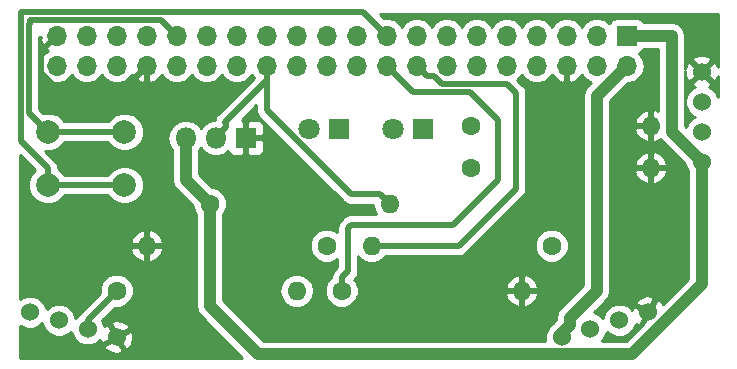
<source format=gbr>
G04 #@! TF.GenerationSoftware,KiCad,Pcbnew,(5.0.2)-1*
G04 #@! TF.CreationDate,2020-10-18T11:15:27+02:00*
G04 #@! TF.ProjectId,Radmesser,5261646d-6573-4736-9572-2e6b69636164,rev?*
G04 #@! TF.SameCoordinates,Original*
G04 #@! TF.FileFunction,Copper,L2,Bot*
G04 #@! TF.FilePolarity,Positive*
%FSLAX46Y46*%
G04 Gerber Fmt 4.6, Leading zero omitted, Abs format (unit mm)*
G04 Created by KiCad (PCBNEW (5.0.2)-1) date 18.10.2020 11:15:27*
%MOMM*%
%LPD*%
G01*
G04 APERTURE LIST*
G04 #@! TA.AperFunction,ComponentPad*
%ADD10C,1.530000*%
G04 #@! TD*
G04 #@! TA.AperFunction,ComponentPad*
%ADD11R,1.800000X1.800000*%
G04 #@! TD*
G04 #@! TA.AperFunction,ComponentPad*
%ADD12C,1.800000*%
G04 #@! TD*
G04 #@! TA.AperFunction,ComponentPad*
%ADD13O,1.700000X1.700000*%
G04 #@! TD*
G04 #@! TA.AperFunction,ComponentPad*
%ADD14R,1.700000X1.700000*%
G04 #@! TD*
G04 #@! TA.AperFunction,ComponentPad*
%ADD15O,1.600000X1.600000*%
G04 #@! TD*
G04 #@! TA.AperFunction,ComponentPad*
%ADD16C,1.600000*%
G04 #@! TD*
G04 #@! TA.AperFunction,ComponentPad*
%ADD17O,1.800000X1.800000*%
G04 #@! TD*
G04 #@! TA.AperFunction,ComponentPad*
%ADD18C,2.000000*%
G04 #@! TD*
G04 #@! TA.AperFunction,Conductor*
%ADD19C,0.500000*%
G04 #@! TD*
G04 #@! TA.AperFunction,Conductor*
%ADD20C,1.000000*%
G04 #@! TD*
G04 #@! TA.AperFunction,Conductor*
%ADD21C,0.254000*%
G04 #@! TD*
G04 APERTURE END LIST*
D10*
G04 #@! TO.P,Uvorne1,2*
G04 #@! TO.N,Net-(J1-Pad35)*
X147509198Y-106649941D03*
G04 #@! TO.P,Uvorne1,3*
G04 #@! TO.N,Net-(R4-Pad1)*
X149950802Y-107350059D03*
G04 #@! TO.P,Uvorne1,4*
G04 #@! TO.N,GND*
X152392407Y-108050179D03*
G04 #@! TO.P,Uvorne1,1*
G04 #@! TO.N,Net-(J1-Pad2)*
X145067593Y-105949821D03*
G04 #@! TD*
G04 #@! TO.P,Uhinten2,1*
G04 #@! TO.N,Net-(J1-Pad2)*
X190067593Y-108050180D03*
G04 #@! TO.P,Uhinten2,4*
G04 #@! TO.N,GND*
X197392407Y-105949820D03*
G04 #@! TO.P,Uhinten2,3*
G04 #@! TO.N,Net-(R2-Pad1)*
X194950802Y-106649941D03*
G04 #@! TO.P,Uhinten2,2*
G04 #@! TO.N,Net-(J1-Pad35)*
X192509198Y-107350059D03*
G04 #@! TD*
D11*
G04 #@! TO.P,Drot2,1*
G04 #@! TO.N,Net-(Drot2-Pad1)*
X178308000Y-90424000D03*
D12*
G04 #@! TO.P,Drot2,2*
G04 #@! TO.N,Net-(Drot2-Pad2)*
X175768000Y-90424000D03*
G04 #@! TD*
G04 #@! TO.P,Dgrun1,2*
G04 #@! TO.N,Net-(Dgrun1-Pad2)*
X168656000Y-90424000D03*
D11*
G04 #@! TO.P,Dgrun1,1*
G04 #@! TO.N,Net-(Dgrun1-Pad1)*
X171196000Y-90424000D03*
G04 #@! TD*
D10*
G04 #@! TO.P,GPS1,2*
G04 #@! TO.N,Net-(GPS1-Pad2)*
X201930000Y-90678000D03*
G04 #@! TO.P,GPS1,3*
G04 #@! TO.N,Net-(GPS1-Pad3)*
X201930000Y-88138000D03*
G04 #@! TO.P,GPS1,4*
G04 #@! TO.N,GND*
X201930000Y-85598000D03*
G04 #@! TO.P,GPS1,1*
G04 #@! TO.N,Net-(GPS1-Pad1)*
X201930000Y-93218000D03*
G04 #@! TD*
D13*
G04 #@! TO.P,J1,40*
G04 #@! TO.N,Net-(Dgrun1-Pad2)*
X147320000Y-85090000D03*
G04 #@! TO.P,J1,39*
G04 #@! TO.N,GND*
X147320000Y-82550000D03*
G04 #@! TO.P,J1,38*
G04 #@! TO.N,Net-(Drot2-Pad2)*
X149860000Y-85090000D03*
G04 #@! TO.P,J1,37*
G04 #@! TO.N,Net-(J1-Pad37)*
X149860000Y-82550000D03*
G04 #@! TO.P,J1,36*
G04 #@! TO.N,Net-(J1-Pad36)*
X152400000Y-85090000D03*
G04 #@! TO.P,J1,35*
G04 #@! TO.N,Net-(J1-Pad35)*
X152400000Y-82550000D03*
G04 #@! TO.P,J1,34*
G04 #@! TO.N,GND*
X154940000Y-85090000D03*
G04 #@! TO.P,J1,33*
G04 #@! TO.N,Net-(J1-Pad33)*
X154940000Y-82550000D03*
G04 #@! TO.P,J1,32*
G04 #@! TO.N,Net-(J1-Pad32)*
X157480000Y-85090000D03*
G04 #@! TO.P,J1,31*
G04 #@! TO.N,Net-(J1-Pad31)*
X157480000Y-82550000D03*
G04 #@! TO.P,J1,30*
G04 #@! TO.N,Net-(J1-Pad30)*
X160020000Y-85090000D03*
G04 #@! TO.P,J1,29*
G04 #@! TO.N,Net-(J1-Pad29)*
X160020000Y-82550000D03*
G04 #@! TO.P,J1,28*
G04 #@! TO.N,Net-(J1-Pad28)*
X162560000Y-85090000D03*
G04 #@! TO.P,J1,27*
G04 #@! TO.N,Net-(J1-Pad27)*
X162560000Y-82550000D03*
G04 #@! TO.P,J1,26*
G04 #@! TO.N,Net-(J1-Pad26)*
X165100000Y-85090000D03*
G04 #@! TO.P,J1,25*
G04 #@! TO.N,Net-(J1-Pad25)*
X165100000Y-82550000D03*
G04 #@! TO.P,J1,24*
G04 #@! TO.N,Net-(J1-Pad24)*
X167640000Y-85090000D03*
G04 #@! TO.P,J1,23*
G04 #@! TO.N,Net-(J1-Pad23)*
X167640000Y-82550000D03*
G04 #@! TO.P,J1,22*
G04 #@! TO.N,Net-(J1-Pad22)*
X170180000Y-85090000D03*
G04 #@! TO.P,J1,21*
G04 #@! TO.N,Net-(J1-Pad21)*
X170180000Y-82550000D03*
G04 #@! TO.P,J1,20*
G04 #@! TO.N,Net-(J1-Pad20)*
X172720000Y-85090000D03*
G04 #@! TO.P,J1,19*
G04 #@! TO.N,Net-(J1-Pad19)*
X172720000Y-82550000D03*
G04 #@! TO.P,J1,18*
G04 #@! TO.N,Net-(J1-Pad18)*
X175260000Y-85090000D03*
G04 #@! TO.P,J1,17*
G04 #@! TO.N,Net-(J1-Pad17)*
X175260000Y-82550000D03*
G04 #@! TO.P,J1,16*
G04 #@! TO.N,Net-(J1-Pad16)*
X177800000Y-85090000D03*
G04 #@! TO.P,J1,15*
G04 #@! TO.N,Net-(J1-Pad15)*
X177800000Y-82550000D03*
G04 #@! TO.P,J1,14*
G04 #@! TO.N,Net-(J1-Pad14)*
X180340000Y-85090000D03*
G04 #@! TO.P,J1,13*
G04 #@! TO.N,Net-(J1-Pad13)*
X180340000Y-82550000D03*
G04 #@! TO.P,J1,12*
G04 #@! TO.N,Net-(J1-Pad12)*
X182880000Y-85090000D03*
G04 #@! TO.P,J1,11*
G04 #@! TO.N,Net-(J1-Pad11)*
X182880000Y-82550000D03*
G04 #@! TO.P,J1,10*
G04 #@! TO.N,Net-(GPS1-Pad3)*
X185420000Y-85090000D03*
G04 #@! TO.P,J1,9*
G04 #@! TO.N,Net-(J1-Pad9)*
X185420000Y-82550000D03*
G04 #@! TO.P,J1,8*
G04 #@! TO.N,Net-(GPS1-Pad2)*
X187960000Y-85090000D03*
G04 #@! TO.P,J1,7*
G04 #@! TO.N,Net-(J1-Pad7)*
X187960000Y-82550000D03*
G04 #@! TO.P,J1,6*
G04 #@! TO.N,GND*
X190500000Y-85090000D03*
G04 #@! TO.P,J1,5*
G04 #@! TO.N,Net-(J1-Pad5)*
X190500000Y-82550000D03*
G04 #@! TO.P,J1,4*
G04 #@! TO.N,Net-(J1-Pad4)*
X193040000Y-85090000D03*
G04 #@! TO.P,J1,3*
G04 #@! TO.N,Net-(J1-Pad3)*
X193040000Y-82550000D03*
G04 #@! TO.P,J1,2*
G04 #@! TO.N,Net-(J1-Pad2)*
X195580000Y-85090000D03*
D14*
G04 #@! TO.P,J1,1*
G04 #@! TO.N,Net-(GPS1-Pad1)*
X195580000Y-82550000D03*
G04 #@! TD*
D15*
G04 #@! TO.P,R1,2*
G04 #@! TO.N,GND*
X154940000Y-100330000D03*
D16*
G04 #@! TO.P,R1,1*
G04 #@! TO.N,Net-(J1-Pad16)*
X170180000Y-100330000D03*
G04 #@! TD*
G04 #@! TO.P,R2,1*
G04 #@! TO.N,Net-(R2-Pad1)*
X189230000Y-100330000D03*
D15*
G04 #@! TO.P,R2,2*
G04 #@! TO.N,Net-(J1-Pad16)*
X173990000Y-100330000D03*
G04 #@! TD*
G04 #@! TO.P,R3,2*
G04 #@! TO.N,GND*
X186690000Y-104140000D03*
D16*
G04 #@! TO.P,R3,1*
G04 #@! TO.N,Net-(J1-Pad18)*
X171450000Y-104140000D03*
G04 #@! TD*
G04 #@! TO.P,R4,1*
G04 #@! TO.N,Net-(R4-Pad1)*
X152400000Y-104140000D03*
D15*
G04 #@! TO.P,R4,2*
G04 #@! TO.N,Net-(J1-Pad18)*
X167640000Y-104140000D03*
G04 #@! TD*
G04 #@! TO.P,R5,2*
G04 #@! TO.N,GND*
X197612000Y-90170000D03*
D16*
G04 #@! TO.P,R5,1*
G04 #@! TO.N,Net-(Drot2-Pad1)*
X182372000Y-90170000D03*
G04 #@! TD*
G04 #@! TO.P,R6,1*
G04 #@! TO.N,Net-(Dgrun1-Pad1)*
X182372000Y-93726000D03*
D15*
G04 #@! TO.P,R6,2*
G04 #@! TO.N,GND*
X197612000Y-93726000D03*
G04 #@! TD*
G04 #@! TO.P,R7,2*
G04 #@! TO.N,Net-(J1-Pad26)*
X175514000Y-96774000D03*
D16*
G04 #@! TO.P,R7,1*
G04 #@! TO.N,Net-(GPS1-Pad1)*
X160274000Y-96774000D03*
G04 #@! TD*
D17*
G04 #@! TO.P,U3,3*
G04 #@! TO.N,Net-(GPS1-Pad1)*
X158242000Y-91186000D03*
G04 #@! TO.P,U3,2*
G04 #@! TO.N,Net-(J1-Pad26)*
X160782000Y-91186000D03*
D11*
G04 #@! TO.P,U3,1*
G04 #@! TO.N,GND*
X163322000Y-91186000D03*
G04 #@! TD*
D18*
G04 #@! TO.P,SW1,1*
G04 #@! TO.N,Net-(J1-Pad31)*
X153058000Y-90678000D03*
G04 #@! TO.P,SW1,2*
G04 #@! TO.N,Net-(J1-Pad17)*
X153058000Y-95178000D03*
G04 #@! TO.P,SW1,1*
G04 #@! TO.N,Net-(J1-Pad31)*
X146558000Y-90678000D03*
G04 #@! TO.P,SW1,2*
G04 #@! TO.N,Net-(J1-Pad17)*
X146558000Y-95178000D03*
G04 #@! TD*
D19*
G04 #@! TO.N,GND*
X146019999Y-85714001D02*
X148189998Y-87884000D01*
X147320000Y-82550000D02*
X146019999Y-83850001D01*
X146019999Y-83850001D02*
X146019999Y-85714001D01*
X152146000Y-87884000D02*
X154940000Y-85090000D01*
X148189998Y-87884000D02*
X152146000Y-87884000D01*
D20*
G04 #@! TO.N,Net-(GPS1-Pad1)*
X199390000Y-90678000D02*
X201930000Y-93218000D01*
X195580000Y-82550000D02*
X199390000Y-82550000D01*
X199390000Y-82550000D02*
X199390000Y-90678000D01*
X195995248Y-109515181D02*
X164379181Y-109515181D01*
X201930000Y-93218000D02*
X201930000Y-103580429D01*
X201930000Y-103580429D02*
X195995248Y-109515181D01*
X160274000Y-105410000D02*
X160274000Y-96774000D01*
X164379181Y-109515181D02*
X160274000Y-105410000D01*
X158242000Y-94742000D02*
X160274000Y-96774000D01*
X158242000Y-91186000D02*
X158242000Y-94742000D01*
D19*
G04 #@! TO.N,Net-(J1-Pad31)*
X146558000Y-90678000D02*
X153058000Y-90678000D01*
X156179999Y-81249999D02*
X145064001Y-81249999D01*
X157480000Y-82550000D02*
X156179999Y-81249999D01*
X145288000Y-89408000D02*
X146558000Y-90678000D01*
X145064001Y-81249999D02*
X145034000Y-81280000D01*
X145064001Y-81503999D02*
X144955000Y-81613000D01*
X145064001Y-81249999D02*
X145064001Y-81503999D01*
X144955000Y-89075000D02*
X146558000Y-90678000D01*
X144955000Y-81613000D02*
X144955000Y-89075000D01*
G04 #@! TO.N,Net-(J1-Pad26)*
X165100000Y-86292081D02*
X161544000Y-89848081D01*
X161681999Y-89986080D02*
X161544000Y-89848081D01*
X161681999Y-90286001D02*
X161681999Y-89986080D01*
X160782000Y-91186000D02*
X161681999Y-90286001D01*
X165100000Y-86292081D02*
X165100000Y-85090000D01*
X165100000Y-88866002D02*
X165100000Y-86292081D01*
X172207999Y-95974001D02*
X165100000Y-88866002D01*
X174714001Y-95974001D02*
X172207999Y-95974001D01*
X175514000Y-96774000D02*
X174714001Y-95974001D01*
G04 #@! TO.N,Net-(J1-Pad18)*
X176109999Y-85939999D02*
X175260000Y-85090000D01*
X182310010Y-87314010D02*
X177484010Y-87314010D01*
X184658000Y-89662000D02*
X182310010Y-87314010D01*
X171450000Y-104140000D02*
X171450000Y-103008630D01*
X171450000Y-103008630D02*
X171958000Y-102500630D01*
X184658000Y-94742000D02*
X184658000Y-89662000D01*
X171958000Y-102500630D02*
X171958000Y-98806000D01*
X171958000Y-98806000D02*
X172212000Y-98552000D01*
X172212000Y-98552000D02*
X180848000Y-98552000D01*
X177484010Y-87314010D02*
X176109999Y-85939999D01*
X180848000Y-98552000D02*
X184658000Y-94742000D01*
G04 #@! TO.N,Net-(J1-Pad16)*
X186182000Y-95504000D02*
X181356000Y-100330000D01*
X181356000Y-100330000D02*
X173990000Y-100330000D01*
X177800000Y-85090000D02*
X178649999Y-85939999D01*
X178649999Y-85939999D02*
X179265997Y-85939999D01*
X179265997Y-85939999D02*
X179939998Y-86614000D01*
X179939998Y-86614000D02*
X185420000Y-86614000D01*
X185420000Y-86614000D02*
X186182000Y-87376000D01*
X186182000Y-87376000D02*
X186182000Y-95504000D01*
G04 #@! TO.N,Net-(R4-Pad1)*
X149950802Y-106589198D02*
X152400000Y-104140000D01*
X149950802Y-107350059D02*
X149950802Y-106589198D01*
G04 #@! TO.N,Net-(J1-Pad17)*
X175260000Y-82550000D02*
X173245010Y-80535010D01*
X173245010Y-80535010D02*
X144254990Y-80535010D01*
X144254990Y-91460777D02*
X144254990Y-80535010D01*
X146558000Y-93763787D02*
X144254990Y-91460777D01*
X146558000Y-95178000D02*
X146558000Y-93763787D01*
X147972213Y-95178000D02*
X153058000Y-95178000D01*
X146558000Y-95178000D02*
X147972213Y-95178000D01*
D20*
G04 #@! TO.N,Net-(J1-Pad2)*
X195580000Y-85090000D02*
X193040000Y-87630000D01*
X193040000Y-87630000D02*
X193040000Y-96520000D01*
X190768257Y-107027146D02*
X190768257Y-106411743D01*
X190003258Y-107792145D02*
X190768257Y-107027146D01*
X190768257Y-106411743D02*
X193040000Y-104140000D01*
X193040000Y-104140000D02*
X193040000Y-96520000D01*
G04 #@! TD*
D21*
G04 #@! TO.N,GND*
G36*
X155067000Y-84963000D02*
X155087000Y-84963000D01*
X155087000Y-85217000D01*
X155067000Y-85217000D01*
X155067000Y-86410155D01*
X155296890Y-86531476D01*
X155706924Y-86361645D01*
X156135183Y-85971358D01*
X156196157Y-85841522D01*
X156409375Y-86160625D01*
X156900582Y-86488839D01*
X157333744Y-86575000D01*
X157626256Y-86575000D01*
X158059418Y-86488839D01*
X158550625Y-86160625D01*
X158750000Y-85862239D01*
X158949375Y-86160625D01*
X159440582Y-86488839D01*
X159873744Y-86575000D01*
X160166256Y-86575000D01*
X160599418Y-86488839D01*
X161090625Y-86160625D01*
X161290000Y-85862239D01*
X161489375Y-86160625D01*
X161980582Y-86488839D01*
X162413744Y-86575000D01*
X162706256Y-86575000D01*
X163139418Y-86488839D01*
X163630625Y-86160625D01*
X163830000Y-85862239D01*
X164009549Y-86130953D01*
X160979846Y-89160657D01*
X160905951Y-89210032D01*
X160764368Y-89421926D01*
X160710348Y-89502772D01*
X160680864Y-89651000D01*
X160630818Y-89651000D01*
X160183073Y-89740062D01*
X159675327Y-90079327D01*
X159512000Y-90323763D01*
X159348673Y-90079327D01*
X158840927Y-89740062D01*
X158393182Y-89651000D01*
X158090818Y-89651000D01*
X157643073Y-89740062D01*
X157135327Y-90079327D01*
X156796062Y-90587073D01*
X156676928Y-91186000D01*
X156796062Y-91784927D01*
X157107000Y-92250279D01*
X157107001Y-94630212D01*
X157084765Y-94742000D01*
X157172854Y-95184854D01*
X157172855Y-95184855D01*
X157423712Y-95560289D01*
X157518480Y-95623611D01*
X158839000Y-96944132D01*
X158839000Y-97059439D01*
X159057466Y-97586862D01*
X159139001Y-97668397D01*
X159139000Y-105298217D01*
X159116765Y-105410000D01*
X159171836Y-105686860D01*
X159204854Y-105852854D01*
X159455711Y-106228289D01*
X159550482Y-106291613D01*
X163045639Y-109786771D01*
X144220000Y-109789883D01*
X144220000Y-108773233D01*
X151349941Y-108773233D01*
X151350228Y-109025584D01*
X151802830Y-109350161D01*
X152345190Y-109476827D01*
X152759339Y-109429640D01*
X152893308Y-109215787D01*
X152342901Y-108222827D01*
X151349941Y-108773233D01*
X144220000Y-108773233D01*
X144220000Y-107082128D01*
X144274556Y-107136684D01*
X144789116Y-107349821D01*
X145346070Y-107349821D01*
X145860630Y-107136684D01*
X146109198Y-106888116D01*
X146109198Y-106928418D01*
X146322335Y-107442978D01*
X146716161Y-107836804D01*
X147230721Y-108049941D01*
X147787675Y-108049941D01*
X148302235Y-107836804D01*
X148550802Y-107588237D01*
X148550802Y-107628536D01*
X148763939Y-108143096D01*
X149157765Y-108536922D01*
X149672325Y-108750059D01*
X150229279Y-108750059D01*
X150743839Y-108536922D01*
X150997676Y-108283085D01*
X151012946Y-108417111D01*
X151226799Y-108551080D01*
X152041136Y-108099685D01*
X152565055Y-108099685D01*
X153115461Y-109092645D01*
X153367812Y-109092358D01*
X153692389Y-108639756D01*
X153819055Y-108097396D01*
X153771868Y-107683247D01*
X153558015Y-107549278D01*
X152565055Y-108099685D01*
X152041136Y-108099685D01*
X152219759Y-108000673D01*
X151669353Y-107007713D01*
X151417002Y-107008000D01*
X151350802Y-107100312D01*
X151350802Y-107071582D01*
X151273340Y-106884571D01*
X151891506Y-106884571D01*
X152441913Y-107877531D01*
X153434873Y-107327125D01*
X153434586Y-107074774D01*
X152981984Y-106750197D01*
X152439624Y-106623531D01*
X152025475Y-106670718D01*
X151891506Y-106884571D01*
X151273340Y-106884571D01*
X151166044Y-106625535D01*
X152216579Y-105575000D01*
X152685439Y-105575000D01*
X153212862Y-105356534D01*
X153616534Y-104952862D01*
X153835000Y-104425439D01*
X153835000Y-103854561D01*
X153616534Y-103327138D01*
X153212862Y-102923466D01*
X152685439Y-102705000D01*
X152114561Y-102705000D01*
X151587138Y-102923466D01*
X151183466Y-103327138D01*
X150965000Y-103854561D01*
X150965000Y-104323421D01*
X149386647Y-105901775D01*
X149312754Y-105951149D01*
X149263380Y-106025042D01*
X149263378Y-106025044D01*
X149176158Y-106155577D01*
X149157765Y-106163196D01*
X148909198Y-106411763D01*
X148909198Y-106371464D01*
X148696061Y-105856904D01*
X148302235Y-105463078D01*
X147787675Y-105249941D01*
X147230721Y-105249941D01*
X146716161Y-105463078D01*
X146467593Y-105711646D01*
X146467593Y-105671344D01*
X146254456Y-105156784D01*
X145860630Y-104762958D01*
X145346070Y-104549821D01*
X144789116Y-104549821D01*
X144274556Y-104762958D01*
X144220000Y-104817514D01*
X144220000Y-100679039D01*
X153548096Y-100679039D01*
X153708959Y-101067423D01*
X154084866Y-101482389D01*
X154590959Y-101721914D01*
X154813000Y-101600629D01*
X154813000Y-100457000D01*
X155067000Y-100457000D01*
X155067000Y-101600629D01*
X155289041Y-101721914D01*
X155795134Y-101482389D01*
X156171041Y-101067423D01*
X156331904Y-100679039D01*
X156209915Y-100457000D01*
X155067000Y-100457000D01*
X154813000Y-100457000D01*
X153670085Y-100457000D01*
X153548096Y-100679039D01*
X144220000Y-100679039D01*
X144220000Y-99980961D01*
X153548096Y-99980961D01*
X153670085Y-100203000D01*
X154813000Y-100203000D01*
X154813000Y-99059371D01*
X155067000Y-99059371D01*
X155067000Y-100203000D01*
X156209915Y-100203000D01*
X156331904Y-99980961D01*
X156171041Y-99592577D01*
X155795134Y-99177611D01*
X155289041Y-98938086D01*
X155067000Y-99059371D01*
X154813000Y-99059371D01*
X154590959Y-98938086D01*
X154084866Y-99177611D01*
X153708959Y-99592577D01*
X153548096Y-99980961D01*
X144220000Y-99980961D01*
X144220000Y-92677365D01*
X145483198Y-93940563D01*
X145171914Y-94251847D01*
X144923000Y-94852778D01*
X144923000Y-95503222D01*
X145171914Y-96104153D01*
X145631847Y-96564086D01*
X146232778Y-96813000D01*
X146883222Y-96813000D01*
X147484153Y-96564086D01*
X147944086Y-96104153D01*
X147961132Y-96063000D01*
X151654868Y-96063000D01*
X151671914Y-96104153D01*
X152131847Y-96564086D01*
X152732778Y-96813000D01*
X153383222Y-96813000D01*
X153984153Y-96564086D01*
X154444086Y-96104153D01*
X154693000Y-95503222D01*
X154693000Y-94852778D01*
X154444086Y-94251847D01*
X153984153Y-93791914D01*
X153383222Y-93543000D01*
X152732778Y-93543000D01*
X152131847Y-93791914D01*
X151671914Y-94251847D01*
X151654868Y-94293000D01*
X147961132Y-94293000D01*
X147944086Y-94251847D01*
X147484153Y-93791914D01*
X147456981Y-93780659D01*
X147460337Y-93763787D01*
X147443000Y-93676626D01*
X147443000Y-93676622D01*
X147391652Y-93418477D01*
X147196049Y-93125738D01*
X147122156Y-93076364D01*
X146358792Y-92313000D01*
X146883222Y-92313000D01*
X147484153Y-92064086D01*
X147944086Y-91604153D01*
X147961132Y-91563000D01*
X151654868Y-91563000D01*
X151671914Y-91604153D01*
X152131847Y-92064086D01*
X152732778Y-92313000D01*
X153383222Y-92313000D01*
X153984153Y-92064086D01*
X154444086Y-91604153D01*
X154693000Y-91003222D01*
X154693000Y-90352778D01*
X154444086Y-89751847D01*
X153984153Y-89291914D01*
X153383222Y-89043000D01*
X152732778Y-89043000D01*
X152131847Y-89291914D01*
X151671914Y-89751847D01*
X151654868Y-89793000D01*
X147961132Y-89793000D01*
X147944086Y-89751847D01*
X147484153Y-89291914D01*
X146883222Y-89043000D01*
X146232778Y-89043000D01*
X146191625Y-89060046D01*
X145840000Y-88708422D01*
X145840000Y-85261393D01*
X145921161Y-85669418D01*
X146249375Y-86160625D01*
X146740582Y-86488839D01*
X147173744Y-86575000D01*
X147466256Y-86575000D01*
X147899418Y-86488839D01*
X148390625Y-86160625D01*
X148590000Y-85862239D01*
X148789375Y-86160625D01*
X149280582Y-86488839D01*
X149713744Y-86575000D01*
X150006256Y-86575000D01*
X150439418Y-86488839D01*
X150930625Y-86160625D01*
X151130000Y-85862239D01*
X151329375Y-86160625D01*
X151820582Y-86488839D01*
X152253744Y-86575000D01*
X152546256Y-86575000D01*
X152979418Y-86488839D01*
X153470625Y-86160625D01*
X153683843Y-85841522D01*
X153744817Y-85971358D01*
X154173076Y-86361645D01*
X154583110Y-86531476D01*
X154813000Y-86410155D01*
X154813000Y-85217000D01*
X154793000Y-85217000D01*
X154793000Y-84963000D01*
X154813000Y-84963000D01*
X154813000Y-84943000D01*
X155067000Y-84943000D01*
X155067000Y-84963000D01*
X155067000Y-84963000D01*
G37*
X155067000Y-84963000D02*
X155087000Y-84963000D01*
X155087000Y-85217000D01*
X155067000Y-85217000D01*
X155067000Y-86410155D01*
X155296890Y-86531476D01*
X155706924Y-86361645D01*
X156135183Y-85971358D01*
X156196157Y-85841522D01*
X156409375Y-86160625D01*
X156900582Y-86488839D01*
X157333744Y-86575000D01*
X157626256Y-86575000D01*
X158059418Y-86488839D01*
X158550625Y-86160625D01*
X158750000Y-85862239D01*
X158949375Y-86160625D01*
X159440582Y-86488839D01*
X159873744Y-86575000D01*
X160166256Y-86575000D01*
X160599418Y-86488839D01*
X161090625Y-86160625D01*
X161290000Y-85862239D01*
X161489375Y-86160625D01*
X161980582Y-86488839D01*
X162413744Y-86575000D01*
X162706256Y-86575000D01*
X163139418Y-86488839D01*
X163630625Y-86160625D01*
X163830000Y-85862239D01*
X164009549Y-86130953D01*
X160979846Y-89160657D01*
X160905951Y-89210032D01*
X160764368Y-89421926D01*
X160710348Y-89502772D01*
X160680864Y-89651000D01*
X160630818Y-89651000D01*
X160183073Y-89740062D01*
X159675327Y-90079327D01*
X159512000Y-90323763D01*
X159348673Y-90079327D01*
X158840927Y-89740062D01*
X158393182Y-89651000D01*
X158090818Y-89651000D01*
X157643073Y-89740062D01*
X157135327Y-90079327D01*
X156796062Y-90587073D01*
X156676928Y-91186000D01*
X156796062Y-91784927D01*
X157107000Y-92250279D01*
X157107001Y-94630212D01*
X157084765Y-94742000D01*
X157172854Y-95184854D01*
X157172855Y-95184855D01*
X157423712Y-95560289D01*
X157518480Y-95623611D01*
X158839000Y-96944132D01*
X158839000Y-97059439D01*
X159057466Y-97586862D01*
X159139001Y-97668397D01*
X159139000Y-105298217D01*
X159116765Y-105410000D01*
X159171836Y-105686860D01*
X159204854Y-105852854D01*
X159455711Y-106228289D01*
X159550482Y-106291613D01*
X163045639Y-109786771D01*
X144220000Y-109789883D01*
X144220000Y-108773233D01*
X151349941Y-108773233D01*
X151350228Y-109025584D01*
X151802830Y-109350161D01*
X152345190Y-109476827D01*
X152759339Y-109429640D01*
X152893308Y-109215787D01*
X152342901Y-108222827D01*
X151349941Y-108773233D01*
X144220000Y-108773233D01*
X144220000Y-107082128D01*
X144274556Y-107136684D01*
X144789116Y-107349821D01*
X145346070Y-107349821D01*
X145860630Y-107136684D01*
X146109198Y-106888116D01*
X146109198Y-106928418D01*
X146322335Y-107442978D01*
X146716161Y-107836804D01*
X147230721Y-108049941D01*
X147787675Y-108049941D01*
X148302235Y-107836804D01*
X148550802Y-107588237D01*
X148550802Y-107628536D01*
X148763939Y-108143096D01*
X149157765Y-108536922D01*
X149672325Y-108750059D01*
X150229279Y-108750059D01*
X150743839Y-108536922D01*
X150997676Y-108283085D01*
X151012946Y-108417111D01*
X151226799Y-108551080D01*
X152041136Y-108099685D01*
X152565055Y-108099685D01*
X153115461Y-109092645D01*
X153367812Y-109092358D01*
X153692389Y-108639756D01*
X153819055Y-108097396D01*
X153771868Y-107683247D01*
X153558015Y-107549278D01*
X152565055Y-108099685D01*
X152041136Y-108099685D01*
X152219759Y-108000673D01*
X151669353Y-107007713D01*
X151417002Y-107008000D01*
X151350802Y-107100312D01*
X151350802Y-107071582D01*
X151273340Y-106884571D01*
X151891506Y-106884571D01*
X152441913Y-107877531D01*
X153434873Y-107327125D01*
X153434586Y-107074774D01*
X152981984Y-106750197D01*
X152439624Y-106623531D01*
X152025475Y-106670718D01*
X151891506Y-106884571D01*
X151273340Y-106884571D01*
X151166044Y-106625535D01*
X152216579Y-105575000D01*
X152685439Y-105575000D01*
X153212862Y-105356534D01*
X153616534Y-104952862D01*
X153835000Y-104425439D01*
X153835000Y-103854561D01*
X153616534Y-103327138D01*
X153212862Y-102923466D01*
X152685439Y-102705000D01*
X152114561Y-102705000D01*
X151587138Y-102923466D01*
X151183466Y-103327138D01*
X150965000Y-103854561D01*
X150965000Y-104323421D01*
X149386647Y-105901775D01*
X149312754Y-105951149D01*
X149263380Y-106025042D01*
X149263378Y-106025044D01*
X149176158Y-106155577D01*
X149157765Y-106163196D01*
X148909198Y-106411763D01*
X148909198Y-106371464D01*
X148696061Y-105856904D01*
X148302235Y-105463078D01*
X147787675Y-105249941D01*
X147230721Y-105249941D01*
X146716161Y-105463078D01*
X146467593Y-105711646D01*
X146467593Y-105671344D01*
X146254456Y-105156784D01*
X145860630Y-104762958D01*
X145346070Y-104549821D01*
X144789116Y-104549821D01*
X144274556Y-104762958D01*
X144220000Y-104817514D01*
X144220000Y-100679039D01*
X153548096Y-100679039D01*
X153708959Y-101067423D01*
X154084866Y-101482389D01*
X154590959Y-101721914D01*
X154813000Y-101600629D01*
X154813000Y-100457000D01*
X155067000Y-100457000D01*
X155067000Y-101600629D01*
X155289041Y-101721914D01*
X155795134Y-101482389D01*
X156171041Y-101067423D01*
X156331904Y-100679039D01*
X156209915Y-100457000D01*
X155067000Y-100457000D01*
X154813000Y-100457000D01*
X153670085Y-100457000D01*
X153548096Y-100679039D01*
X144220000Y-100679039D01*
X144220000Y-99980961D01*
X153548096Y-99980961D01*
X153670085Y-100203000D01*
X154813000Y-100203000D01*
X154813000Y-99059371D01*
X155067000Y-99059371D01*
X155067000Y-100203000D01*
X156209915Y-100203000D01*
X156331904Y-99980961D01*
X156171041Y-99592577D01*
X155795134Y-99177611D01*
X155289041Y-98938086D01*
X155067000Y-99059371D01*
X154813000Y-99059371D01*
X154590959Y-98938086D01*
X154084866Y-99177611D01*
X153708959Y-99592577D01*
X153548096Y-99980961D01*
X144220000Y-99980961D01*
X144220000Y-92677365D01*
X145483198Y-93940563D01*
X145171914Y-94251847D01*
X144923000Y-94852778D01*
X144923000Y-95503222D01*
X145171914Y-96104153D01*
X145631847Y-96564086D01*
X146232778Y-96813000D01*
X146883222Y-96813000D01*
X147484153Y-96564086D01*
X147944086Y-96104153D01*
X147961132Y-96063000D01*
X151654868Y-96063000D01*
X151671914Y-96104153D01*
X152131847Y-96564086D01*
X152732778Y-96813000D01*
X153383222Y-96813000D01*
X153984153Y-96564086D01*
X154444086Y-96104153D01*
X154693000Y-95503222D01*
X154693000Y-94852778D01*
X154444086Y-94251847D01*
X153984153Y-93791914D01*
X153383222Y-93543000D01*
X152732778Y-93543000D01*
X152131847Y-93791914D01*
X151671914Y-94251847D01*
X151654868Y-94293000D01*
X147961132Y-94293000D01*
X147944086Y-94251847D01*
X147484153Y-93791914D01*
X147456981Y-93780659D01*
X147460337Y-93763787D01*
X147443000Y-93676626D01*
X147443000Y-93676622D01*
X147391652Y-93418477D01*
X147196049Y-93125738D01*
X147122156Y-93076364D01*
X146358792Y-92313000D01*
X146883222Y-92313000D01*
X147484153Y-92064086D01*
X147944086Y-91604153D01*
X147961132Y-91563000D01*
X151654868Y-91563000D01*
X151671914Y-91604153D01*
X152131847Y-92064086D01*
X152732778Y-92313000D01*
X153383222Y-92313000D01*
X153984153Y-92064086D01*
X154444086Y-91604153D01*
X154693000Y-91003222D01*
X154693000Y-90352778D01*
X154444086Y-89751847D01*
X153984153Y-89291914D01*
X153383222Y-89043000D01*
X152732778Y-89043000D01*
X152131847Y-89291914D01*
X151671914Y-89751847D01*
X151654868Y-89793000D01*
X147961132Y-89793000D01*
X147944086Y-89751847D01*
X147484153Y-89291914D01*
X146883222Y-89043000D01*
X146232778Y-89043000D01*
X146191625Y-89060046D01*
X145840000Y-88708422D01*
X145840000Y-85261393D01*
X145921161Y-85669418D01*
X146249375Y-86160625D01*
X146740582Y-86488839D01*
X147173744Y-86575000D01*
X147466256Y-86575000D01*
X147899418Y-86488839D01*
X148390625Y-86160625D01*
X148590000Y-85862239D01*
X148789375Y-86160625D01*
X149280582Y-86488839D01*
X149713744Y-86575000D01*
X150006256Y-86575000D01*
X150439418Y-86488839D01*
X150930625Y-86160625D01*
X151130000Y-85862239D01*
X151329375Y-86160625D01*
X151820582Y-86488839D01*
X152253744Y-86575000D01*
X152546256Y-86575000D01*
X152979418Y-86488839D01*
X153470625Y-86160625D01*
X153683843Y-85841522D01*
X153744817Y-85971358D01*
X154173076Y-86361645D01*
X154583110Y-86531476D01*
X154813000Y-86410155D01*
X154813000Y-85217000D01*
X154793000Y-85217000D01*
X154793000Y-84963000D01*
X154813000Y-84963000D01*
X154813000Y-84943000D01*
X155067000Y-84943000D01*
X155067000Y-84963000D01*
G36*
X190627000Y-84963000D02*
X190647000Y-84963000D01*
X190647000Y-85217000D01*
X190627000Y-85217000D01*
X190627000Y-86410155D01*
X190856890Y-86531476D01*
X191266924Y-86361645D01*
X191695183Y-85971358D01*
X191756157Y-85841522D01*
X191969375Y-86160625D01*
X192460582Y-86488839D01*
X192556876Y-86507993D01*
X192316482Y-86748387D01*
X192221711Y-86811711D01*
X192075394Y-87030691D01*
X191970854Y-87187146D01*
X191882765Y-87630000D01*
X191905000Y-87741783D01*
X191905001Y-96408217D01*
X191905000Y-103669868D01*
X190044737Y-105530132D01*
X189949969Y-105593454D01*
X189699111Y-105968888D01*
X189699111Y-105968889D01*
X189611022Y-106411743D01*
X189633257Y-106523526D01*
X189633257Y-106557014D01*
X189364006Y-106826266D01*
X189274556Y-106863317D01*
X188880730Y-107257143D01*
X188667593Y-107771703D01*
X188667593Y-108328657D01*
X188688935Y-108380181D01*
X164849313Y-108380181D01*
X161409000Y-104939869D01*
X161409000Y-104140000D01*
X166176887Y-104140000D01*
X166288260Y-104699909D01*
X166605423Y-105174577D01*
X167080091Y-105491740D01*
X167498667Y-105575000D01*
X167781333Y-105575000D01*
X168199909Y-105491740D01*
X168674577Y-105174577D01*
X168991740Y-104699909D01*
X169103113Y-104140000D01*
X168991740Y-103580091D01*
X168674577Y-103105423D01*
X168199909Y-102788260D01*
X167781333Y-102705000D01*
X167498667Y-102705000D01*
X167080091Y-102788260D01*
X166605423Y-103105423D01*
X166288260Y-103580091D01*
X166176887Y-104140000D01*
X161409000Y-104140000D01*
X161409000Y-97668396D01*
X161490534Y-97586862D01*
X161709000Y-97059439D01*
X161709000Y-96488561D01*
X161490534Y-95961138D01*
X161086862Y-95557466D01*
X160559439Y-95339000D01*
X160444132Y-95339000D01*
X159377000Y-94271869D01*
X159377000Y-92250279D01*
X159512000Y-92048237D01*
X159675327Y-92292673D01*
X160183073Y-92631938D01*
X160630818Y-92721000D01*
X160933182Y-92721000D01*
X161380927Y-92631938D01*
X161835112Y-92328462D01*
X161883673Y-92445699D01*
X162062302Y-92624327D01*
X162295691Y-92721000D01*
X163036250Y-92721000D01*
X163195000Y-92562250D01*
X163195000Y-91313000D01*
X163449000Y-91313000D01*
X163449000Y-92562250D01*
X163607750Y-92721000D01*
X164348309Y-92721000D01*
X164581698Y-92624327D01*
X164760327Y-92445699D01*
X164857000Y-92212310D01*
X164857000Y-91471750D01*
X164698250Y-91313000D01*
X163449000Y-91313000D01*
X163195000Y-91313000D01*
X163175000Y-91313000D01*
X163175000Y-91059000D01*
X163195000Y-91059000D01*
X163195000Y-89809750D01*
X163449000Y-89809750D01*
X163449000Y-91059000D01*
X164698250Y-91059000D01*
X164857000Y-90900250D01*
X164857000Y-90159690D01*
X164760327Y-89926301D01*
X164581698Y-89747673D01*
X164348309Y-89651000D01*
X163607750Y-89651000D01*
X163449000Y-89809750D01*
X163195000Y-89809750D01*
X163036250Y-89651000D01*
X162992659Y-89651000D01*
X164215000Y-88428659D01*
X164215000Y-88778841D01*
X164197663Y-88866002D01*
X164215000Y-88953163D01*
X164215000Y-88953166D01*
X164266348Y-89211311D01*
X164461951Y-89504051D01*
X164535847Y-89553427D01*
X171520576Y-96538157D01*
X171569950Y-96612050D01*
X171643843Y-96661424D01*
X171643844Y-96661425D01*
X171812324Y-96774000D01*
X171862689Y-96807653D01*
X172120834Y-96859001D01*
X172120838Y-96859001D01*
X172207999Y-96876338D01*
X172295160Y-96859001D01*
X174067795Y-96859001D01*
X174162260Y-97333909D01*
X174384824Y-97667000D01*
X172299159Y-97667000D01*
X172211999Y-97649663D01*
X172124840Y-97667000D01*
X172124835Y-97667000D01*
X171866690Y-97718348D01*
X171573951Y-97913951D01*
X171524576Y-97987846D01*
X171393845Y-98118577D01*
X171319952Y-98167951D01*
X171270578Y-98241844D01*
X171270576Y-98241846D01*
X171124348Y-98460691D01*
X171055663Y-98806000D01*
X171073001Y-98893165D01*
X171073001Y-99193605D01*
X170992862Y-99113466D01*
X170465439Y-98895000D01*
X169894561Y-98895000D01*
X169367138Y-99113466D01*
X168963466Y-99517138D01*
X168745000Y-100044561D01*
X168745000Y-100615439D01*
X168963466Y-101142862D01*
X169367138Y-101546534D01*
X169894561Y-101765000D01*
X170465439Y-101765000D01*
X170992862Y-101546534D01*
X171073000Y-101466396D01*
X171073000Y-102134052D01*
X170885845Y-102321207D01*
X170811952Y-102370581D01*
X170762578Y-102444474D01*
X170762576Y-102444476D01*
X170616348Y-102663321D01*
X170547663Y-103008630D01*
X170548378Y-103012226D01*
X170233466Y-103327138D01*
X170015000Y-103854561D01*
X170015000Y-104425439D01*
X170233466Y-104952862D01*
X170637138Y-105356534D01*
X171164561Y-105575000D01*
X171735439Y-105575000D01*
X172262862Y-105356534D01*
X172666534Y-104952862D01*
X172858655Y-104489039D01*
X185298096Y-104489039D01*
X185458959Y-104877423D01*
X185834866Y-105292389D01*
X186340959Y-105531914D01*
X186563000Y-105410629D01*
X186563000Y-104267000D01*
X186817000Y-104267000D01*
X186817000Y-105410629D01*
X187039041Y-105531914D01*
X187545134Y-105292389D01*
X187921041Y-104877423D01*
X188081904Y-104489039D01*
X187959915Y-104267000D01*
X186817000Y-104267000D01*
X186563000Y-104267000D01*
X185420085Y-104267000D01*
X185298096Y-104489039D01*
X172858655Y-104489039D01*
X172885000Y-104425439D01*
X172885000Y-103854561D01*
X172858656Y-103790961D01*
X185298096Y-103790961D01*
X185420085Y-104013000D01*
X186563000Y-104013000D01*
X186563000Y-102869371D01*
X186817000Y-102869371D01*
X186817000Y-104013000D01*
X187959915Y-104013000D01*
X188081904Y-103790961D01*
X187921041Y-103402577D01*
X187545134Y-102987611D01*
X187039041Y-102748086D01*
X186817000Y-102869371D01*
X186563000Y-102869371D01*
X186340959Y-102748086D01*
X185834866Y-102987611D01*
X185458959Y-103402577D01*
X185298096Y-103790961D01*
X172858656Y-103790961D01*
X172666534Y-103327138D01*
X172525329Y-103185933D01*
X172596049Y-103138679D01*
X172791652Y-102845940D01*
X172843000Y-102587795D01*
X172843000Y-102587791D01*
X172860337Y-102500631D01*
X172843000Y-102413471D01*
X172843000Y-101196324D01*
X172955423Y-101364577D01*
X173430091Y-101681740D01*
X173848667Y-101765000D01*
X174131333Y-101765000D01*
X174549909Y-101681740D01*
X175024577Y-101364577D01*
X175124521Y-101215000D01*
X181268839Y-101215000D01*
X181356000Y-101232337D01*
X181443161Y-101215000D01*
X181443165Y-101215000D01*
X181701310Y-101163652D01*
X181994049Y-100968049D01*
X182043425Y-100894153D01*
X182893017Y-100044561D01*
X187795000Y-100044561D01*
X187795000Y-100615439D01*
X188013466Y-101142862D01*
X188417138Y-101546534D01*
X188944561Y-101765000D01*
X189515439Y-101765000D01*
X190042862Y-101546534D01*
X190446534Y-101142862D01*
X190665000Y-100615439D01*
X190665000Y-100044561D01*
X190446534Y-99517138D01*
X190042862Y-99113466D01*
X189515439Y-98895000D01*
X188944561Y-98895000D01*
X188417138Y-99113466D01*
X188013466Y-99517138D01*
X187795000Y-100044561D01*
X182893017Y-100044561D01*
X186746156Y-96191423D01*
X186820049Y-96142049D01*
X186881237Y-96050476D01*
X187015652Y-95849310D01*
X187023243Y-95811146D01*
X187067000Y-95591165D01*
X187067000Y-95591161D01*
X187084337Y-95504000D01*
X187067000Y-95416839D01*
X187067000Y-87463161D01*
X187084337Y-87376000D01*
X187067000Y-87288839D01*
X187067000Y-87288835D01*
X187015652Y-87030690D01*
X186967957Y-86959310D01*
X186869424Y-86811845D01*
X186869423Y-86811844D01*
X186820049Y-86737951D01*
X186746156Y-86688577D01*
X186327320Y-86269742D01*
X186490625Y-86160625D01*
X186690000Y-85862239D01*
X186889375Y-86160625D01*
X187380582Y-86488839D01*
X187813744Y-86575000D01*
X188106256Y-86575000D01*
X188539418Y-86488839D01*
X189030625Y-86160625D01*
X189243843Y-85841522D01*
X189304817Y-85971358D01*
X189733076Y-86361645D01*
X190143110Y-86531476D01*
X190373000Y-86410155D01*
X190373000Y-85217000D01*
X190353000Y-85217000D01*
X190353000Y-84963000D01*
X190373000Y-84963000D01*
X190373000Y-84943000D01*
X190627000Y-84943000D01*
X190627000Y-84963000D01*
X190627000Y-84963000D01*
G37*
X190627000Y-84963000D02*
X190647000Y-84963000D01*
X190647000Y-85217000D01*
X190627000Y-85217000D01*
X190627000Y-86410155D01*
X190856890Y-86531476D01*
X191266924Y-86361645D01*
X191695183Y-85971358D01*
X191756157Y-85841522D01*
X191969375Y-86160625D01*
X192460582Y-86488839D01*
X192556876Y-86507993D01*
X192316482Y-86748387D01*
X192221711Y-86811711D01*
X192075394Y-87030691D01*
X191970854Y-87187146D01*
X191882765Y-87630000D01*
X191905000Y-87741783D01*
X191905001Y-96408217D01*
X191905000Y-103669868D01*
X190044737Y-105530132D01*
X189949969Y-105593454D01*
X189699111Y-105968888D01*
X189699111Y-105968889D01*
X189611022Y-106411743D01*
X189633257Y-106523526D01*
X189633257Y-106557014D01*
X189364006Y-106826266D01*
X189274556Y-106863317D01*
X188880730Y-107257143D01*
X188667593Y-107771703D01*
X188667593Y-108328657D01*
X188688935Y-108380181D01*
X164849313Y-108380181D01*
X161409000Y-104939869D01*
X161409000Y-104140000D01*
X166176887Y-104140000D01*
X166288260Y-104699909D01*
X166605423Y-105174577D01*
X167080091Y-105491740D01*
X167498667Y-105575000D01*
X167781333Y-105575000D01*
X168199909Y-105491740D01*
X168674577Y-105174577D01*
X168991740Y-104699909D01*
X169103113Y-104140000D01*
X168991740Y-103580091D01*
X168674577Y-103105423D01*
X168199909Y-102788260D01*
X167781333Y-102705000D01*
X167498667Y-102705000D01*
X167080091Y-102788260D01*
X166605423Y-103105423D01*
X166288260Y-103580091D01*
X166176887Y-104140000D01*
X161409000Y-104140000D01*
X161409000Y-97668396D01*
X161490534Y-97586862D01*
X161709000Y-97059439D01*
X161709000Y-96488561D01*
X161490534Y-95961138D01*
X161086862Y-95557466D01*
X160559439Y-95339000D01*
X160444132Y-95339000D01*
X159377000Y-94271869D01*
X159377000Y-92250279D01*
X159512000Y-92048237D01*
X159675327Y-92292673D01*
X160183073Y-92631938D01*
X160630818Y-92721000D01*
X160933182Y-92721000D01*
X161380927Y-92631938D01*
X161835112Y-92328462D01*
X161883673Y-92445699D01*
X162062302Y-92624327D01*
X162295691Y-92721000D01*
X163036250Y-92721000D01*
X163195000Y-92562250D01*
X163195000Y-91313000D01*
X163449000Y-91313000D01*
X163449000Y-92562250D01*
X163607750Y-92721000D01*
X164348309Y-92721000D01*
X164581698Y-92624327D01*
X164760327Y-92445699D01*
X164857000Y-92212310D01*
X164857000Y-91471750D01*
X164698250Y-91313000D01*
X163449000Y-91313000D01*
X163195000Y-91313000D01*
X163175000Y-91313000D01*
X163175000Y-91059000D01*
X163195000Y-91059000D01*
X163195000Y-89809750D01*
X163449000Y-89809750D01*
X163449000Y-91059000D01*
X164698250Y-91059000D01*
X164857000Y-90900250D01*
X164857000Y-90159690D01*
X164760327Y-89926301D01*
X164581698Y-89747673D01*
X164348309Y-89651000D01*
X163607750Y-89651000D01*
X163449000Y-89809750D01*
X163195000Y-89809750D01*
X163036250Y-89651000D01*
X162992659Y-89651000D01*
X164215000Y-88428659D01*
X164215000Y-88778841D01*
X164197663Y-88866002D01*
X164215000Y-88953163D01*
X164215000Y-88953166D01*
X164266348Y-89211311D01*
X164461951Y-89504051D01*
X164535847Y-89553427D01*
X171520576Y-96538157D01*
X171569950Y-96612050D01*
X171643843Y-96661424D01*
X171643844Y-96661425D01*
X171812324Y-96774000D01*
X171862689Y-96807653D01*
X172120834Y-96859001D01*
X172120838Y-96859001D01*
X172207999Y-96876338D01*
X172295160Y-96859001D01*
X174067795Y-96859001D01*
X174162260Y-97333909D01*
X174384824Y-97667000D01*
X172299159Y-97667000D01*
X172211999Y-97649663D01*
X172124840Y-97667000D01*
X172124835Y-97667000D01*
X171866690Y-97718348D01*
X171573951Y-97913951D01*
X171524576Y-97987846D01*
X171393845Y-98118577D01*
X171319952Y-98167951D01*
X171270578Y-98241844D01*
X171270576Y-98241846D01*
X171124348Y-98460691D01*
X171055663Y-98806000D01*
X171073001Y-98893165D01*
X171073001Y-99193605D01*
X170992862Y-99113466D01*
X170465439Y-98895000D01*
X169894561Y-98895000D01*
X169367138Y-99113466D01*
X168963466Y-99517138D01*
X168745000Y-100044561D01*
X168745000Y-100615439D01*
X168963466Y-101142862D01*
X169367138Y-101546534D01*
X169894561Y-101765000D01*
X170465439Y-101765000D01*
X170992862Y-101546534D01*
X171073000Y-101466396D01*
X171073000Y-102134052D01*
X170885845Y-102321207D01*
X170811952Y-102370581D01*
X170762578Y-102444474D01*
X170762576Y-102444476D01*
X170616348Y-102663321D01*
X170547663Y-103008630D01*
X170548378Y-103012226D01*
X170233466Y-103327138D01*
X170015000Y-103854561D01*
X170015000Y-104425439D01*
X170233466Y-104952862D01*
X170637138Y-105356534D01*
X171164561Y-105575000D01*
X171735439Y-105575000D01*
X172262862Y-105356534D01*
X172666534Y-104952862D01*
X172858655Y-104489039D01*
X185298096Y-104489039D01*
X185458959Y-104877423D01*
X185834866Y-105292389D01*
X186340959Y-105531914D01*
X186563000Y-105410629D01*
X186563000Y-104267000D01*
X186817000Y-104267000D01*
X186817000Y-105410629D01*
X187039041Y-105531914D01*
X187545134Y-105292389D01*
X187921041Y-104877423D01*
X188081904Y-104489039D01*
X187959915Y-104267000D01*
X186817000Y-104267000D01*
X186563000Y-104267000D01*
X185420085Y-104267000D01*
X185298096Y-104489039D01*
X172858655Y-104489039D01*
X172885000Y-104425439D01*
X172885000Y-103854561D01*
X172858656Y-103790961D01*
X185298096Y-103790961D01*
X185420085Y-104013000D01*
X186563000Y-104013000D01*
X186563000Y-102869371D01*
X186817000Y-102869371D01*
X186817000Y-104013000D01*
X187959915Y-104013000D01*
X188081904Y-103790961D01*
X187921041Y-103402577D01*
X187545134Y-102987611D01*
X187039041Y-102748086D01*
X186817000Y-102869371D01*
X186563000Y-102869371D01*
X186340959Y-102748086D01*
X185834866Y-102987611D01*
X185458959Y-103402577D01*
X185298096Y-103790961D01*
X172858656Y-103790961D01*
X172666534Y-103327138D01*
X172525329Y-103185933D01*
X172596049Y-103138679D01*
X172791652Y-102845940D01*
X172843000Y-102587795D01*
X172843000Y-102587791D01*
X172860337Y-102500631D01*
X172843000Y-102413471D01*
X172843000Y-101196324D01*
X172955423Y-101364577D01*
X173430091Y-101681740D01*
X173848667Y-101765000D01*
X174131333Y-101765000D01*
X174549909Y-101681740D01*
X175024577Y-101364577D01*
X175124521Y-101215000D01*
X181268839Y-101215000D01*
X181356000Y-101232337D01*
X181443161Y-101215000D01*
X181443165Y-101215000D01*
X181701310Y-101163652D01*
X181994049Y-100968049D01*
X182043425Y-100894153D01*
X182893017Y-100044561D01*
X187795000Y-100044561D01*
X187795000Y-100615439D01*
X188013466Y-101142862D01*
X188417138Y-101546534D01*
X188944561Y-101765000D01*
X189515439Y-101765000D01*
X190042862Y-101546534D01*
X190446534Y-101142862D01*
X190665000Y-100615439D01*
X190665000Y-100044561D01*
X190446534Y-99517138D01*
X190042862Y-99113466D01*
X189515439Y-98895000D01*
X188944561Y-98895000D01*
X188417138Y-99113466D01*
X188013466Y-99517138D01*
X187795000Y-100044561D01*
X182893017Y-100044561D01*
X186746156Y-96191423D01*
X186820049Y-96142049D01*
X186881237Y-96050476D01*
X187015652Y-95849310D01*
X187023243Y-95811146D01*
X187067000Y-95591165D01*
X187067000Y-95591161D01*
X187084337Y-95504000D01*
X187067000Y-95416839D01*
X187067000Y-87463161D01*
X187084337Y-87376000D01*
X187067000Y-87288839D01*
X187067000Y-87288835D01*
X187015652Y-87030690D01*
X186967957Y-86959310D01*
X186869424Y-86811845D01*
X186869423Y-86811844D01*
X186820049Y-86737951D01*
X186746156Y-86688577D01*
X186327320Y-86269742D01*
X186490625Y-86160625D01*
X186690000Y-85862239D01*
X186889375Y-86160625D01*
X187380582Y-86488839D01*
X187813744Y-86575000D01*
X188106256Y-86575000D01*
X188539418Y-86488839D01*
X189030625Y-86160625D01*
X189243843Y-85841522D01*
X189304817Y-85971358D01*
X189733076Y-86361645D01*
X190143110Y-86531476D01*
X190373000Y-86410155D01*
X190373000Y-85217000D01*
X190353000Y-85217000D01*
X190353000Y-84963000D01*
X190373000Y-84963000D01*
X190373000Y-84943000D01*
X190627000Y-84943000D01*
X190627000Y-84963000D01*
G36*
X198255001Y-88917212D02*
X197961041Y-88778086D01*
X197739000Y-88899371D01*
X197739000Y-90043000D01*
X197759000Y-90043000D01*
X197759000Y-90297000D01*
X197739000Y-90297000D01*
X197739000Y-91440629D01*
X197961041Y-91561914D01*
X198458307Y-91326567D01*
X198571712Y-91496289D01*
X198666480Y-91559611D01*
X200530000Y-93423132D01*
X200530000Y-93496477D01*
X200743137Y-94011037D01*
X200795000Y-94062900D01*
X200795001Y-103110296D01*
X198638533Y-105266765D01*
X198627294Y-105233854D01*
X198367812Y-104907641D01*
X198115461Y-104907354D01*
X197565055Y-105900314D01*
X197848093Y-106057205D01*
X197763747Y-106141552D01*
X197586156Y-105963961D01*
X197406548Y-106143569D01*
X197421776Y-106158797D01*
X197017912Y-106887386D01*
X195525117Y-108380181D01*
X193458976Y-108380181D01*
X193696061Y-108143096D01*
X193909198Y-107628536D01*
X193909198Y-107588237D01*
X194157765Y-107836804D01*
X194672325Y-108049941D01*
X195229279Y-108049941D01*
X195743839Y-107836804D01*
X196137665Y-107442978D01*
X196350802Y-106928418D01*
X196350802Y-106908774D01*
X196417002Y-106991999D01*
X196669353Y-106992286D01*
X197219759Y-105999326D01*
X196226799Y-105448919D01*
X196012946Y-105582888D01*
X196004003Y-105723242D01*
X195743839Y-105463078D01*
X195229279Y-105249941D01*
X194672325Y-105249941D01*
X194157765Y-105463078D01*
X193763939Y-105856904D01*
X193550802Y-106371464D01*
X193550802Y-106411763D01*
X193302235Y-106163196D01*
X192821190Y-105963941D01*
X193558365Y-105226766D01*
X196349941Y-105226766D01*
X197342901Y-105777172D01*
X197893308Y-104784212D01*
X197759339Y-104570359D01*
X197203511Y-104534945D01*
X196676441Y-104714933D01*
X196350228Y-104974415D01*
X196349941Y-105226766D01*
X193558365Y-105226766D01*
X193763521Y-105021610D01*
X193858289Y-104958289D01*
X194109146Y-104582855D01*
X194175000Y-104251783D01*
X194175000Y-104251782D01*
X194197235Y-104140000D01*
X194175000Y-104028217D01*
X194175000Y-94075039D01*
X196220096Y-94075039D01*
X196380959Y-94463423D01*
X196756866Y-94878389D01*
X197262959Y-95117914D01*
X197485000Y-94996629D01*
X197485000Y-93853000D01*
X197739000Y-93853000D01*
X197739000Y-94996629D01*
X197961041Y-95117914D01*
X198467134Y-94878389D01*
X198843041Y-94463423D01*
X199003904Y-94075039D01*
X198881915Y-93853000D01*
X197739000Y-93853000D01*
X197485000Y-93853000D01*
X196342085Y-93853000D01*
X196220096Y-94075039D01*
X194175000Y-94075039D01*
X194175000Y-93376961D01*
X196220096Y-93376961D01*
X196342085Y-93599000D01*
X197485000Y-93599000D01*
X197485000Y-92455371D01*
X197739000Y-92455371D01*
X197739000Y-93599000D01*
X198881915Y-93599000D01*
X199003904Y-93376961D01*
X198843041Y-92988577D01*
X198467134Y-92573611D01*
X197961041Y-92334086D01*
X197739000Y-92455371D01*
X197485000Y-92455371D01*
X197262959Y-92334086D01*
X196756866Y-92573611D01*
X196380959Y-92988577D01*
X196220096Y-93376961D01*
X194175000Y-93376961D01*
X194175000Y-90519039D01*
X196220096Y-90519039D01*
X196380959Y-90907423D01*
X196756866Y-91322389D01*
X197262959Y-91561914D01*
X197485000Y-91440629D01*
X197485000Y-90297000D01*
X196342085Y-90297000D01*
X196220096Y-90519039D01*
X194175000Y-90519039D01*
X194175000Y-89820961D01*
X196220096Y-89820961D01*
X196342085Y-90043000D01*
X197485000Y-90043000D01*
X197485000Y-88899371D01*
X197262959Y-88778086D01*
X196756866Y-89017611D01*
X196380959Y-89432577D01*
X196220096Y-89820961D01*
X194175000Y-89820961D01*
X194175000Y-88100131D01*
X195700132Y-86575000D01*
X195726256Y-86575000D01*
X196159418Y-86488839D01*
X196650625Y-86160625D01*
X196978839Y-85669418D01*
X197094092Y-85090000D01*
X196978839Y-84510582D01*
X196650625Y-84019375D01*
X196632381Y-84007184D01*
X196677765Y-83998157D01*
X196887809Y-83857809D01*
X197003277Y-83685000D01*
X198255000Y-83685000D01*
X198255001Y-88917212D01*
X198255001Y-88917212D01*
G37*
X198255001Y-88917212D02*
X197961041Y-88778086D01*
X197739000Y-88899371D01*
X197739000Y-90043000D01*
X197759000Y-90043000D01*
X197759000Y-90297000D01*
X197739000Y-90297000D01*
X197739000Y-91440629D01*
X197961041Y-91561914D01*
X198458307Y-91326567D01*
X198571712Y-91496289D01*
X198666480Y-91559611D01*
X200530000Y-93423132D01*
X200530000Y-93496477D01*
X200743137Y-94011037D01*
X200795000Y-94062900D01*
X200795001Y-103110296D01*
X198638533Y-105266765D01*
X198627294Y-105233854D01*
X198367812Y-104907641D01*
X198115461Y-104907354D01*
X197565055Y-105900314D01*
X197848093Y-106057205D01*
X197763747Y-106141552D01*
X197586156Y-105963961D01*
X197406548Y-106143569D01*
X197421776Y-106158797D01*
X197017912Y-106887386D01*
X195525117Y-108380181D01*
X193458976Y-108380181D01*
X193696061Y-108143096D01*
X193909198Y-107628536D01*
X193909198Y-107588237D01*
X194157765Y-107836804D01*
X194672325Y-108049941D01*
X195229279Y-108049941D01*
X195743839Y-107836804D01*
X196137665Y-107442978D01*
X196350802Y-106928418D01*
X196350802Y-106908774D01*
X196417002Y-106991999D01*
X196669353Y-106992286D01*
X197219759Y-105999326D01*
X196226799Y-105448919D01*
X196012946Y-105582888D01*
X196004003Y-105723242D01*
X195743839Y-105463078D01*
X195229279Y-105249941D01*
X194672325Y-105249941D01*
X194157765Y-105463078D01*
X193763939Y-105856904D01*
X193550802Y-106371464D01*
X193550802Y-106411763D01*
X193302235Y-106163196D01*
X192821190Y-105963941D01*
X193558365Y-105226766D01*
X196349941Y-105226766D01*
X197342901Y-105777172D01*
X197893308Y-104784212D01*
X197759339Y-104570359D01*
X197203511Y-104534945D01*
X196676441Y-104714933D01*
X196350228Y-104974415D01*
X196349941Y-105226766D01*
X193558365Y-105226766D01*
X193763521Y-105021610D01*
X193858289Y-104958289D01*
X194109146Y-104582855D01*
X194175000Y-104251783D01*
X194175000Y-104251782D01*
X194197235Y-104140000D01*
X194175000Y-104028217D01*
X194175000Y-94075039D01*
X196220096Y-94075039D01*
X196380959Y-94463423D01*
X196756866Y-94878389D01*
X197262959Y-95117914D01*
X197485000Y-94996629D01*
X197485000Y-93853000D01*
X197739000Y-93853000D01*
X197739000Y-94996629D01*
X197961041Y-95117914D01*
X198467134Y-94878389D01*
X198843041Y-94463423D01*
X199003904Y-94075039D01*
X198881915Y-93853000D01*
X197739000Y-93853000D01*
X197485000Y-93853000D01*
X196342085Y-93853000D01*
X196220096Y-94075039D01*
X194175000Y-94075039D01*
X194175000Y-93376961D01*
X196220096Y-93376961D01*
X196342085Y-93599000D01*
X197485000Y-93599000D01*
X197485000Y-92455371D01*
X197739000Y-92455371D01*
X197739000Y-93599000D01*
X198881915Y-93599000D01*
X199003904Y-93376961D01*
X198843041Y-92988577D01*
X198467134Y-92573611D01*
X197961041Y-92334086D01*
X197739000Y-92455371D01*
X197485000Y-92455371D01*
X197262959Y-92334086D01*
X196756866Y-92573611D01*
X196380959Y-92988577D01*
X196220096Y-93376961D01*
X194175000Y-93376961D01*
X194175000Y-90519039D01*
X196220096Y-90519039D01*
X196380959Y-90907423D01*
X196756866Y-91322389D01*
X197262959Y-91561914D01*
X197485000Y-91440629D01*
X197485000Y-90297000D01*
X196342085Y-90297000D01*
X196220096Y-90519039D01*
X194175000Y-90519039D01*
X194175000Y-89820961D01*
X196220096Y-89820961D01*
X196342085Y-90043000D01*
X197485000Y-90043000D01*
X197485000Y-88899371D01*
X197262959Y-88778086D01*
X196756866Y-89017611D01*
X196380959Y-89432577D01*
X196220096Y-89820961D01*
X194175000Y-89820961D01*
X194175000Y-88100131D01*
X195700132Y-86575000D01*
X195726256Y-86575000D01*
X196159418Y-86488839D01*
X196650625Y-86160625D01*
X196978839Y-85669418D01*
X197094092Y-85090000D01*
X196978839Y-84510582D01*
X196650625Y-84019375D01*
X196632381Y-84007184D01*
X196677765Y-83998157D01*
X196887809Y-83857809D01*
X197003277Y-83685000D01*
X198255000Y-83685000D01*
X198255001Y-88917212D01*
G36*
X203290000Y-85191253D02*
X203154883Y-84865051D01*
X202912387Y-84795218D01*
X202109605Y-85598000D01*
X202912387Y-86400782D01*
X203154883Y-86330949D01*
X203290000Y-85952449D01*
X203290000Y-87762955D01*
X203116863Y-87344963D01*
X202723037Y-86951137D01*
X202538176Y-86874565D01*
X202662949Y-86822883D01*
X202732782Y-86580387D01*
X201930000Y-85777605D01*
X201127218Y-86580387D01*
X201197051Y-86822883D01*
X201331083Y-86870730D01*
X201136963Y-86951137D01*
X200743137Y-87344963D01*
X200530000Y-87859523D01*
X200530000Y-88416477D01*
X200743137Y-88931037D01*
X201136963Y-89324863D01*
X201337674Y-89408000D01*
X201136963Y-89491137D01*
X200743137Y-89884963D01*
X200584670Y-90267538D01*
X200525000Y-90207869D01*
X200525000Y-85532623D01*
X200545604Y-85945850D01*
X200705117Y-86330949D01*
X200947613Y-86400782D01*
X201750395Y-85598000D01*
X200947613Y-84795218D01*
X200705117Y-84865051D01*
X200525000Y-85369607D01*
X200525000Y-84615613D01*
X201127218Y-84615613D01*
X201930000Y-85418395D01*
X202732782Y-84615613D01*
X202662949Y-84373117D01*
X202138414Y-84185868D01*
X201582150Y-84213604D01*
X201197051Y-84373117D01*
X201127218Y-84615613D01*
X200525000Y-84615613D01*
X200525000Y-82661783D01*
X200547235Y-82550000D01*
X200459146Y-82107145D01*
X200208289Y-81731711D01*
X199832855Y-81480854D01*
X199501783Y-81415000D01*
X199390000Y-81392765D01*
X199278217Y-81415000D01*
X197003277Y-81415000D01*
X196887809Y-81242191D01*
X196677765Y-81101843D01*
X196430000Y-81052560D01*
X194730000Y-81052560D01*
X194482235Y-81101843D01*
X194272191Y-81242191D01*
X194131843Y-81452235D01*
X194122816Y-81497619D01*
X194110625Y-81479375D01*
X193619418Y-81151161D01*
X193186256Y-81065000D01*
X192893744Y-81065000D01*
X192460582Y-81151161D01*
X191969375Y-81479375D01*
X191770000Y-81777761D01*
X191570625Y-81479375D01*
X191079418Y-81151161D01*
X190646256Y-81065000D01*
X190353744Y-81065000D01*
X189920582Y-81151161D01*
X189429375Y-81479375D01*
X189230000Y-81777761D01*
X189030625Y-81479375D01*
X188539418Y-81151161D01*
X188106256Y-81065000D01*
X187813744Y-81065000D01*
X187380582Y-81151161D01*
X186889375Y-81479375D01*
X186690000Y-81777761D01*
X186490625Y-81479375D01*
X185999418Y-81151161D01*
X185566256Y-81065000D01*
X185273744Y-81065000D01*
X184840582Y-81151161D01*
X184349375Y-81479375D01*
X184150000Y-81777761D01*
X183950625Y-81479375D01*
X183459418Y-81151161D01*
X183026256Y-81065000D01*
X182733744Y-81065000D01*
X182300582Y-81151161D01*
X181809375Y-81479375D01*
X181610000Y-81777761D01*
X181410625Y-81479375D01*
X180919418Y-81151161D01*
X180486256Y-81065000D01*
X180193744Y-81065000D01*
X179760582Y-81151161D01*
X179269375Y-81479375D01*
X179070000Y-81777761D01*
X178870625Y-81479375D01*
X178379418Y-81151161D01*
X177946256Y-81065000D01*
X177653744Y-81065000D01*
X177220582Y-81151161D01*
X176729375Y-81479375D01*
X176530000Y-81777761D01*
X176330625Y-81479375D01*
X175839418Y-81151161D01*
X175406256Y-81065000D01*
X175113744Y-81065000D01*
X175041040Y-81079462D01*
X174681578Y-80720000D01*
X203290000Y-80720000D01*
X203290000Y-85191253D01*
X203290000Y-85191253D01*
G37*
X203290000Y-85191253D02*
X203154883Y-84865051D01*
X202912387Y-84795218D01*
X202109605Y-85598000D01*
X202912387Y-86400782D01*
X203154883Y-86330949D01*
X203290000Y-85952449D01*
X203290000Y-87762955D01*
X203116863Y-87344963D01*
X202723037Y-86951137D01*
X202538176Y-86874565D01*
X202662949Y-86822883D01*
X202732782Y-86580387D01*
X201930000Y-85777605D01*
X201127218Y-86580387D01*
X201197051Y-86822883D01*
X201331083Y-86870730D01*
X201136963Y-86951137D01*
X200743137Y-87344963D01*
X200530000Y-87859523D01*
X200530000Y-88416477D01*
X200743137Y-88931037D01*
X201136963Y-89324863D01*
X201337674Y-89408000D01*
X201136963Y-89491137D01*
X200743137Y-89884963D01*
X200584670Y-90267538D01*
X200525000Y-90207869D01*
X200525000Y-85532623D01*
X200545604Y-85945850D01*
X200705117Y-86330949D01*
X200947613Y-86400782D01*
X201750395Y-85598000D01*
X200947613Y-84795218D01*
X200705117Y-84865051D01*
X200525000Y-85369607D01*
X200525000Y-84615613D01*
X201127218Y-84615613D01*
X201930000Y-85418395D01*
X202732782Y-84615613D01*
X202662949Y-84373117D01*
X202138414Y-84185868D01*
X201582150Y-84213604D01*
X201197051Y-84373117D01*
X201127218Y-84615613D01*
X200525000Y-84615613D01*
X200525000Y-82661783D01*
X200547235Y-82550000D01*
X200459146Y-82107145D01*
X200208289Y-81731711D01*
X199832855Y-81480854D01*
X199501783Y-81415000D01*
X199390000Y-81392765D01*
X199278217Y-81415000D01*
X197003277Y-81415000D01*
X196887809Y-81242191D01*
X196677765Y-81101843D01*
X196430000Y-81052560D01*
X194730000Y-81052560D01*
X194482235Y-81101843D01*
X194272191Y-81242191D01*
X194131843Y-81452235D01*
X194122816Y-81497619D01*
X194110625Y-81479375D01*
X193619418Y-81151161D01*
X193186256Y-81065000D01*
X192893744Y-81065000D01*
X192460582Y-81151161D01*
X191969375Y-81479375D01*
X191770000Y-81777761D01*
X191570625Y-81479375D01*
X191079418Y-81151161D01*
X190646256Y-81065000D01*
X190353744Y-81065000D01*
X189920582Y-81151161D01*
X189429375Y-81479375D01*
X189230000Y-81777761D01*
X189030625Y-81479375D01*
X188539418Y-81151161D01*
X188106256Y-81065000D01*
X187813744Y-81065000D01*
X187380582Y-81151161D01*
X186889375Y-81479375D01*
X186690000Y-81777761D01*
X186490625Y-81479375D01*
X185999418Y-81151161D01*
X185566256Y-81065000D01*
X185273744Y-81065000D01*
X184840582Y-81151161D01*
X184349375Y-81479375D01*
X184150000Y-81777761D01*
X183950625Y-81479375D01*
X183459418Y-81151161D01*
X183026256Y-81065000D01*
X182733744Y-81065000D01*
X182300582Y-81151161D01*
X181809375Y-81479375D01*
X181610000Y-81777761D01*
X181410625Y-81479375D01*
X180919418Y-81151161D01*
X180486256Y-81065000D01*
X180193744Y-81065000D01*
X179760582Y-81151161D01*
X179269375Y-81479375D01*
X179070000Y-81777761D01*
X178870625Y-81479375D01*
X178379418Y-81151161D01*
X177946256Y-81065000D01*
X177653744Y-81065000D01*
X177220582Y-81151161D01*
X176729375Y-81479375D01*
X176530000Y-81777761D01*
X176330625Y-81479375D01*
X175839418Y-81151161D01*
X175406256Y-81065000D01*
X175113744Y-81065000D01*
X175041040Y-81079462D01*
X174681578Y-80720000D01*
X203290000Y-80720000D01*
X203290000Y-85191253D01*
G36*
X145878514Y-82906892D02*
X146124817Y-83431358D01*
X146549786Y-83818647D01*
X146249375Y-84019375D01*
X145921161Y-84510582D01*
X145840000Y-84918607D01*
X145840000Y-82677002D01*
X145999180Y-82677002D01*
X145878514Y-82906892D01*
X145878514Y-82906892D01*
G37*
X145878514Y-82906892D02*
X146124817Y-83431358D01*
X146549786Y-83818647D01*
X146249375Y-84019375D01*
X145921161Y-84510582D01*
X145840000Y-84918607D01*
X145840000Y-82677002D01*
X145999180Y-82677002D01*
X145878514Y-82906892D01*
G36*
X147447000Y-82423000D02*
X147467000Y-82423000D01*
X147467000Y-82677000D01*
X147447000Y-82677000D01*
X147447000Y-82697000D01*
X147193000Y-82697000D01*
X147193000Y-82677000D01*
X147173000Y-82677000D01*
X147173000Y-82423000D01*
X147193000Y-82423000D01*
X147193000Y-82403000D01*
X147447000Y-82403000D01*
X147447000Y-82423000D01*
X147447000Y-82423000D01*
G37*
X147447000Y-82423000D02*
X147467000Y-82423000D01*
X147467000Y-82677000D01*
X147447000Y-82677000D01*
X147447000Y-82697000D01*
X147193000Y-82697000D01*
X147193000Y-82677000D01*
X147173000Y-82677000D01*
X147173000Y-82423000D01*
X147193000Y-82423000D01*
X147193000Y-82403000D01*
X147447000Y-82403000D01*
X147447000Y-82423000D01*
G04 #@! TD*
M02*

</source>
